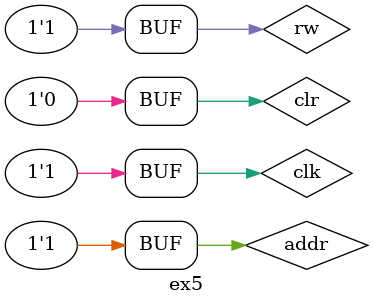
<source format=v>
`include "jkFF.v"



module ex4(input aaddr,input brw,input cclk, input din, output s, input eclr);

reg addr,rw,clk,in00,in01,in02,in03,in04,in05,in06,in07,clr;

wire s1,out0,out1,out2,out3,out4,out5,out6,out7;

and And01(s1,addr,rw,clk);


jkff J01(q,qnot,s1,in00,clk);
jkff J02(q,qnot,s1,in01,clk);
jkff J03(q,qnot,s1,in02,clk);
jkff J04(q,qnot,s1,in03,clk);
jkff J05(q,qnot,s1,in04,clk);
jkff J06(q,qnot,s1,in05,clk);
jkff J07(q,qnot,s1,in06,clk);
jkff J08(q,qnot,s1,in08,clk);


and And02(outs,qnot,addr);

endmodule


module ex5;

reg addr,rw,clk,in000,in001,in002,in003,in004,in005,in006,in007,clr;
wire s1,outs;


ex4 EX01(addr,rw,clk,in000,out0,clr);
ex4 EX02(addr,rw,clk,in001,out1,clr);
ex4 EX03(addr,rw,clk,in002,out2,clr);
ex4 EX04(addr,rw,clk,in003,out3,clr);
ex4 EX05(addr,rw,clk,in004,out4,clr);
ex4 EX06(addr,rw,clk,in005,out5,clr);
ex4 EX07(addr,rw,clk,in006,out6,clr);
ex4 EX08(addr,rw,clk,in007,out7,clr);


initial begin
$display ( "Guia 10 - Gabriel Benjamim de Carvalho - 396690" );
$display ( "Ex5 - Memoria RAM" );

addr = 0; 
clk = 0; 
rw = 0;
clr = 0; 


$monitor( "%4d %4b", $time, out7 ); 

#1 clk = 0; addr = 0; rw = 1; 
#1 clk = 0; addr = 1; rw = 0;
#1 clk = 0; addr = 1; rw = 1;
#1 clk = 1; addr = 0; rw = 0;
#1 clk = 1; addr = 0; rw = 1;
#1 clk = 1; addr = 1; rw = 0;
#1 clk = 1; addr = 1; rw = 1;

end 

endmodule


</source>
